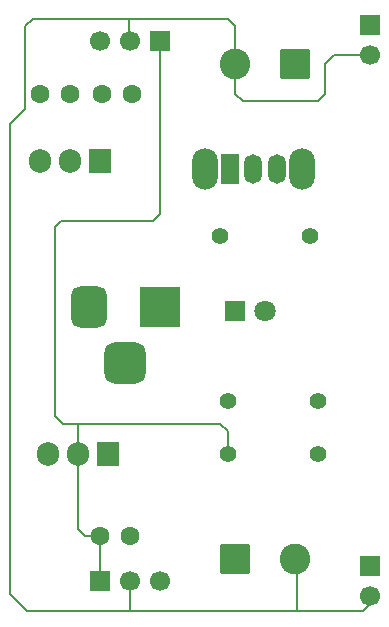
<source format=gbr>
%TF.GenerationSoftware,KiCad,Pcbnew,9.0.2*%
%TF.CreationDate,2025-06-13T16:54:46+08:00*%
%TF.ProjectId,Breadboard Power Supply,42726561-6462-46f6-9172-6420506f7765,1*%
%TF.SameCoordinates,Original*%
%TF.FileFunction,Copper,L1,Top*%
%TF.FilePolarity,Positive*%
%FSLAX46Y46*%
G04 Gerber Fmt 4.6, Leading zero omitted, Abs format (unit mm)*
G04 Created by KiCad (PCBNEW 9.0.2) date 2025-06-13 16:54:46*
%MOMM*%
%LPD*%
G01*
G04 APERTURE LIST*
G04 Aperture macros list*
%AMRoundRect*
0 Rectangle with rounded corners*
0 $1 Rounding radius*
0 $2 $3 $4 $5 $6 $7 $8 $9 X,Y pos of 4 corners*
0 Add a 4 corners polygon primitive as box body*
4,1,4,$2,$3,$4,$5,$6,$7,$8,$9,$2,$3,0*
0 Add four circle primitives for the rounded corners*
1,1,$1+$1,$2,$3*
1,1,$1+$1,$4,$5*
1,1,$1+$1,$6,$7*
1,1,$1+$1,$8,$9*
0 Add four rect primitives between the rounded corners*
20,1,$1+$1,$2,$3,$4,$5,0*
20,1,$1+$1,$4,$5,$6,$7,0*
20,1,$1+$1,$6,$7,$8,$9,0*
20,1,$1+$1,$8,$9,$2,$3,0*%
G04 Aperture macros list end*
%TA.AperFunction,ComponentPad*%
%ADD10O,1.500000X2.500000*%
%TD*%
%TA.AperFunction,ComponentPad*%
%ADD11R,1.500000X2.500000*%
%TD*%
%TA.AperFunction,ComponentPad*%
%ADD12O,2.200000X3.500000*%
%TD*%
%TA.AperFunction,ComponentPad*%
%ADD13RoundRect,0.250000X-1.050000X-1.050000X1.050000X-1.050000X1.050000X1.050000X-1.050000X1.050000X0*%
%TD*%
%TA.AperFunction,ComponentPad*%
%ADD14C,2.600000*%
%TD*%
%TA.AperFunction,ComponentPad*%
%ADD15RoundRect,0.250000X1.050000X1.050000X-1.050000X1.050000X-1.050000X-1.050000X1.050000X-1.050000X0*%
%TD*%
%TA.AperFunction,ComponentPad*%
%ADD16C,1.400000*%
%TD*%
%TA.AperFunction,ComponentPad*%
%ADD17C,1.600000*%
%TD*%
%TA.AperFunction,ComponentPad*%
%ADD18R,1.800000X1.800000*%
%TD*%
%TA.AperFunction,ComponentPad*%
%ADD19C,1.800000*%
%TD*%
%TA.AperFunction,ComponentPad*%
%ADD20R,1.905000X2.000000*%
%TD*%
%TA.AperFunction,ComponentPad*%
%ADD21O,1.905000X2.000000*%
%TD*%
%TA.AperFunction,ComponentPad*%
%ADD22R,1.700000X1.700000*%
%TD*%
%TA.AperFunction,ComponentPad*%
%ADD23C,1.700000*%
%TD*%
%TA.AperFunction,ComponentPad*%
%ADD24R,3.500000X3.500000*%
%TD*%
%TA.AperFunction,ComponentPad*%
%ADD25RoundRect,0.750000X-0.750000X-1.000000X0.750000X-1.000000X0.750000X1.000000X-0.750000X1.000000X0*%
%TD*%
%TA.AperFunction,ComponentPad*%
%ADD26RoundRect,0.875000X-0.875000X-0.875000X0.875000X-0.875000X0.875000X0.875000X-0.875000X0.875000X0*%
%TD*%
%TA.AperFunction,Conductor*%
%ADD27C,0.152400*%
%TD*%
G04 APERTURE END LIST*
D10*
%TO.P,S1,3*%
%TO.N,unconnected-(S1-Pad3)*%
X142590000Y-76200000D03*
%TO.P,S1,2*%
%TO.N,/PWR_input*%
X140590000Y-76200000D03*
D11*
%TO.P,S1,1*%
%TO.N,/12V*%
X138590000Y-76200000D03*
D12*
%TO.P,S1,*%
%TO.N,*%
X144690000Y-76200000D03*
X136490000Y-76200000D03*
%TD*%
D13*
%TO.P,J7,1,Pin_1*%
%TO.N,GND*%
X139065000Y-109220000D03*
D14*
%TO.P,J7,2,Pin_2*%
%TO.N,/PWR_output*%
X144145000Y-109220000D03*
%TD*%
D15*
%TO.P,J5,1,Pin_1*%
%TO.N,GND*%
X144145000Y-67310000D03*
D14*
%TO.P,J5,2,Pin_2*%
%TO.N,/PWR_output*%
X139065000Y-67310000D03*
%TD*%
D16*
%TO.P,R3,1*%
%TO.N,GND*%
X138430000Y-95885000D03*
%TO.P,R3,2*%
%TO.N,Net-(U2-ADJ)*%
X146050000Y-95885000D03*
%TD*%
D17*
%TO.P,C1,1*%
%TO.N,/12V*%
X130302000Y-69850000D03*
%TO.P,C1,2*%
%TO.N,GND*%
X127802000Y-69850000D03*
%TD*%
D18*
%TO.P,D1,1,K*%
%TO.N,GND*%
X139065000Y-88265000D03*
D19*
%TO.P,D1,2,A*%
%TO.N,Net-(D1-A)*%
X141605000Y-88265000D03*
%TD*%
D20*
%TO.P,U1,1,VI*%
%TO.N,/12V*%
X127635000Y-75565000D03*
D21*
%TO.P,U1,2,GND*%
%TO.N,GND*%
X125095000Y-75565000D03*
%TO.P,U1,3,VO*%
%TO.N,/5V*%
X122555000Y-75565000D03*
%TD*%
D17*
%TO.P,C2,1*%
%TO.N,/5V*%
X122555000Y-69850000D03*
%TO.P,C2,2*%
%TO.N,GND*%
X125055000Y-69850000D03*
%TD*%
D16*
%TO.P,R2,1*%
%TO.N,Net-(D1-A)*%
X145415000Y-81915000D03*
%TO.P,R2,2*%
%TO.N,/12V*%
X137795000Y-81915000D03*
%TD*%
D22*
%TO.P,J4,1,Pin_1*%
%TO.N,/3.3V*%
X127635000Y-111125000D03*
D23*
%TO.P,J4,2,Pin_2*%
%TO.N,/PWR_output*%
X130175000Y-111125000D03*
%TO.P,J4,3,Pin_3*%
%TO.N,/5V*%
X132715000Y-111125000D03*
%TD*%
D20*
%TO.P,U2,1,ADJ*%
%TO.N,Net-(U2-ADJ)*%
X128270000Y-100330000D03*
D21*
%TO.P,U2,2,VO*%
%TO.N,/3.3V*%
X125730000Y-100330000D03*
%TO.P,U2,3,VI*%
%TO.N,/12V*%
X123190000Y-100330000D03*
%TD*%
D22*
%TO.P,J3,1,Pin_1*%
%TO.N,/3.3V*%
X132715000Y-65405000D03*
D23*
%TO.P,J3,2,Pin_2*%
%TO.N,/PWR_output*%
X130175000Y-65405000D03*
%TO.P,J3,3,Pin_3*%
%TO.N,/5V*%
X127635000Y-65405000D03*
%TD*%
D22*
%TO.P,J1,1,Pin_1*%
%TO.N,GND*%
X150495000Y-64028400D03*
D23*
%TO.P,J1,2,Pin_2*%
%TO.N,/PWR_output*%
X150495000Y-66568400D03*
%TD*%
D17*
%TO.P,C3,1*%
%TO.N,/3.3V*%
X127635000Y-107315000D03*
%TO.P,C3,2*%
%TO.N,GND*%
X130135000Y-107315000D03*
%TD*%
D22*
%TO.P,J2,1,Pin_1*%
%TO.N,GND*%
X150495000Y-109850000D03*
D23*
%TO.P,J2,2,Pin_2*%
%TO.N,/PWR_output*%
X150495000Y-112390000D03*
%TD*%
D16*
%TO.P,R1,1*%
%TO.N,Net-(U2-ADJ)*%
X146050000Y-100330000D03*
%TO.P,R1,2*%
%TO.N,/3.3V*%
X138430000Y-100330000D03*
%TD*%
D24*
%TO.P,J6,1*%
%TO.N,/PWR_input*%
X132715000Y-87942500D03*
D25*
%TO.P,J6,2*%
%TO.N,GND*%
X126715000Y-87942500D03*
D26*
%TO.P,J6,3*%
X129715000Y-92642500D03*
%TD*%
D27*
%TO.N,/PWR_output*%
X139065000Y-69850000D02*
X139065000Y-67310000D01*
X139700000Y-70485000D02*
X139065000Y-69850000D01*
X146050000Y-70485000D02*
X139700000Y-70485000D01*
X146685000Y-69850000D02*
X146050000Y-70485000D01*
X146685000Y-67310000D02*
X146685000Y-69850000D01*
X147426600Y-66568400D02*
X146685000Y-67310000D01*
X150495000Y-66568400D02*
X147426600Y-66568400D01*
X139075000Y-67300000D02*
X139075000Y-64145000D01*
X139075000Y-64145000D02*
X138430000Y-63500000D01*
X138430000Y-63500000D02*
X130048000Y-63500000D01*
X139065000Y-67310000D02*
X139075000Y-67300000D01*
X144145000Y-109392500D02*
X144145000Y-109220000D01*
X144272000Y-109519500D02*
X144145000Y-109392500D01*
X144272000Y-113665000D02*
X144272000Y-109519500D01*
%TO.N,/3.3V*%
X125730000Y-100330000D02*
X125730000Y-97790000D01*
X138430000Y-98425000D02*
X138430000Y-100330000D01*
X132715000Y-80057412D02*
X132127412Y-80645000D01*
X123825000Y-81102560D02*
X123825000Y-97155000D01*
X124282560Y-80645000D02*
X123825000Y-81102560D01*
X125730000Y-97790000D02*
X137795000Y-97790000D01*
X126365000Y-107315000D02*
X127635000Y-107315000D01*
X132715000Y-65405000D02*
X132715000Y-80057412D01*
X124460000Y-97790000D02*
X125730000Y-97790000D01*
X137795000Y-97790000D02*
X138430000Y-98425000D01*
X132127412Y-80645000D02*
X124282560Y-80645000D01*
X127635000Y-107315000D02*
X127635000Y-111125000D01*
X125730000Y-106680000D02*
X126365000Y-107315000D01*
X123825000Y-97155000D02*
X124460000Y-97790000D01*
X125730000Y-100330000D02*
X125730000Y-106680000D01*
%TO.N,/PWR_output*%
X130175000Y-111125000D02*
X130175000Y-113538000D01*
X121920000Y-63500000D02*
X130048000Y-63500000D01*
X130048000Y-65278000D02*
X130175000Y-65405000D01*
X150495000Y-112390000D02*
X150495000Y-113030000D01*
X121285000Y-64135000D02*
X121920000Y-63500000D01*
X149860000Y-113665000D02*
X144272000Y-113665000D01*
X120015000Y-112231829D02*
X121448171Y-113665000D01*
X121448171Y-113665000D02*
X130302000Y-113665000D01*
X130048000Y-63500000D02*
X130048000Y-65278000D01*
X120015000Y-72390000D02*
X120015000Y-112231829D01*
X121285000Y-71120000D02*
X120015000Y-72390000D01*
X130175000Y-113538000D02*
X130302000Y-113665000D01*
X121285000Y-71120000D02*
X121285000Y-64135000D01*
X144272000Y-110297000D02*
X144145000Y-110170000D01*
X130302000Y-65278000D02*
X130175000Y-65405000D01*
X150495000Y-113030000D02*
X149860000Y-113665000D01*
X130302000Y-113665000D02*
X144272000Y-113665000D01*
%TD*%
M02*

</source>
